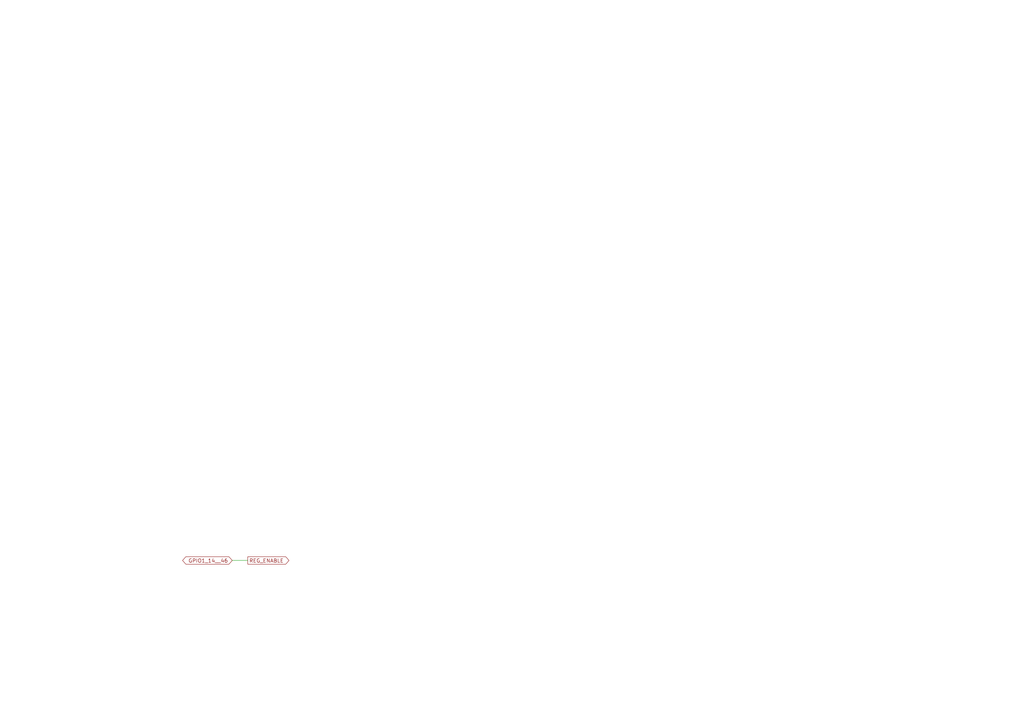
<source format=kicad_sch>
(kicad_sch (version 20230121) (generator eeschema)
  (paper "A3")
  (lib_symbols)
  (wire (pts (xy 95.25 229.87) (xy 101.6 229.87)))
  (global_label "REG_ENABLE" (shape output) (at 101.6 229.87 0) (effects (font (size 1.524 1.524))) (property "Intersheetrefs" "${INTERSHEET_REFS}" (effects hide)))
  (global_label "GPIO1_14__46" (shape bidirectional) (at 95.25 229.87 180) (effects (font (size 1.524 1.524))) (property "Intersheetrefs" "${INTERSHEET_REFS}" (effects hide)))
)
</source>
